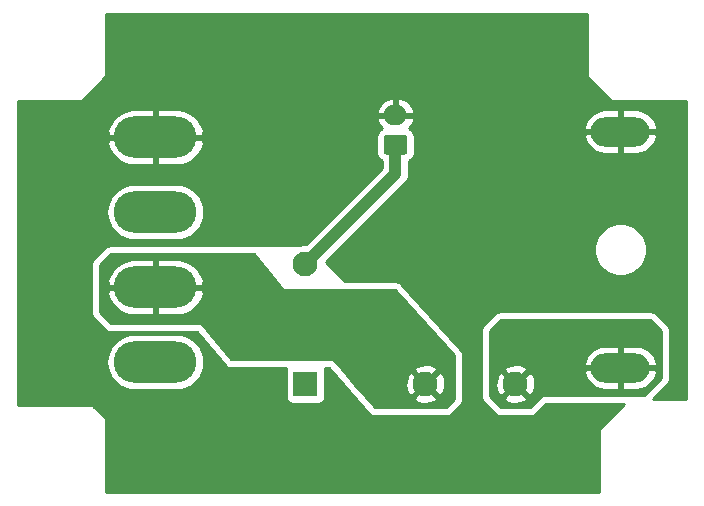
<source format=gtl>
G04 #@! TF.GenerationSoftware,KiCad,Pcbnew,5.1.6-c6e7f7d~87~ubuntu18.04.1*
G04 #@! TF.CreationDate,2020-08-31T14:31:46+09:00*
G04 #@! TF.ProjectId,adamr2_emg_board,6164616d-7232-45f6-956d-675f626f6172,rev?*
G04 #@! TF.SameCoordinates,Original*
G04 #@! TF.FileFunction,Copper,L1,Top*
G04 #@! TF.FilePolarity,Positive*
%FSLAX46Y46*%
G04 Gerber Fmt 4.6, Leading zero omitted, Abs format (unit mm)*
G04 Created by KiCad (PCBNEW 5.1.6-c6e7f7d~87~ubuntu18.04.1) date 2020-08-31 14:31:46*
%MOMM*%
%LPD*%
G01*
G04 APERTURE LIST*
G04 #@! TA.AperFunction,ComponentPad*
%ADD10O,5.000000X2.500000*%
G04 #@! TD*
G04 #@! TA.AperFunction,ComponentPad*
%ADD11C,2.100000*%
G04 #@! TD*
G04 #@! TA.AperFunction,ComponentPad*
%ADD12R,2.100000X2.100000*%
G04 #@! TD*
G04 #@! TA.AperFunction,ComponentPad*
%ADD13O,2.000000X1.700000*%
G04 #@! TD*
G04 #@! TA.AperFunction,ComponentPad*
%ADD14O,7.000000X3.500000*%
G04 #@! TD*
G04 #@! TA.AperFunction,Conductor*
%ADD15C,1.000000*%
G04 #@! TD*
G04 #@! TA.AperFunction,Conductor*
%ADD16C,0.254000*%
G04 #@! TD*
G04 APERTURE END LIST*
D10*
G04 #@! TO.P,F1,2*
G04 #@! TO.N,Net-(F1-Pad2)*
X172720000Y-102710000D03*
G04 #@! TO.P,F1,1*
G04 #@! TO.N,VCC*
X172720000Y-82710000D03*
G04 #@! TD*
D11*
G04 #@! TO.P,K1,8*
G04 #@! TO.N,Net-(J2-Pad1)*
X146050000Y-93920000D03*
G04 #@! TO.P,K1,4*
G04 #@! TO.N,Net-(F1-Pad2)*
X163830000Y-104080000D03*
G04 #@! TO.P,K1,3*
G04 #@! TO.N,Net-(J1-Pad2)*
X156210000Y-104080000D03*
D12*
G04 #@! TO.P,K1,1*
G04 #@! TO.N,GND*
X146050000Y-104080000D03*
G04 #@! TD*
D13*
G04 #@! TO.P,J2,2*
G04 #@! TO.N,VCC*
X153670000Y-81320000D03*
G04 #@! TO.P,J2,1*
G04 #@! TO.N,Net-(J2-Pad1)*
G04 #@! TA.AperFunction,ComponentPad*
G36*
G01*
X154420000Y-84670000D02*
X152920000Y-84670000D01*
G75*
G02*
X152670000Y-84420000I0J250000D01*
G01*
X152670000Y-83220000D01*
G75*
G02*
X152920000Y-82970000I250000J0D01*
G01*
X154420000Y-82970000D01*
G75*
G02*
X154670000Y-83220000I0J-250000D01*
G01*
X154670000Y-84420000D01*
G75*
G02*
X154420000Y-84670000I-250000J0D01*
G01*
G37*
G04 #@! TD.AperFunction*
G04 #@! TD*
D14*
G04 #@! TO.P,J1,1*
G04 #@! TO.N,GND*
X133350000Y-102235000D03*
G04 #@! TO.P,J1,2*
G04 #@! TO.N,Net-(J1-Pad2)*
X133350000Y-95885000D03*
G04 #@! TO.P,J1,3*
G04 #@! TO.N,GND*
X133350000Y-89535000D03*
G04 #@! TO.P,J1,4*
G04 #@! TO.N,VCC*
X133350000Y-83185000D03*
G04 #@! TD*
D15*
G04 #@! TO.N,Net-(F1-Pad2)*
X163890000Y-104080000D02*
X163830000Y-104080000D01*
G04 #@! TO.N,Net-(J2-Pad1)*
X153670000Y-86300000D02*
X146050000Y-93920000D01*
X153670000Y-83820000D02*
X153670000Y-86300000D01*
G04 #@! TD*
D16*
G04 #@! TO.N,Net-(J1-Pad2)*
G36*
X144174436Y-96093303D02*
G01*
X144192172Y-96110775D01*
X144212976Y-96124451D01*
X144236048Y-96133805D01*
X144272000Y-96139000D01*
X153613820Y-96139000D01*
X158623000Y-101649098D01*
X158623000Y-105357394D01*
X157935394Y-106045000D01*
X151949628Y-106045000D01*
X151254936Y-105251066D01*
X155218539Y-105251066D01*
X155320339Y-105520579D01*
X155618477Y-105666463D01*
X155939346Y-105751380D01*
X156270617Y-105772066D01*
X156599557Y-105727728D01*
X156913527Y-105620069D01*
X157099661Y-105520579D01*
X157201461Y-105251066D01*
X156210000Y-104259605D01*
X155218539Y-105251066D01*
X151254936Y-105251066D01*
X150283293Y-104140617D01*
X154517934Y-104140617D01*
X154562272Y-104469557D01*
X154669931Y-104783527D01*
X154769421Y-104969661D01*
X155038934Y-105071461D01*
X156030395Y-104080000D01*
X156389605Y-104080000D01*
X157381066Y-105071461D01*
X157650579Y-104969661D01*
X157796463Y-104671523D01*
X157881380Y-104350654D01*
X157902066Y-104019383D01*
X157857728Y-103690443D01*
X157750069Y-103376473D01*
X157650579Y-103190339D01*
X157381066Y-103088539D01*
X156389605Y-104080000D01*
X156030395Y-104080000D01*
X155038934Y-103088539D01*
X154769421Y-103190339D01*
X154623537Y-103488477D01*
X154538620Y-103809346D01*
X154517934Y-104140617D01*
X150283293Y-104140617D01*
X149205571Y-102908934D01*
X155218539Y-102908934D01*
X156210000Y-103900395D01*
X157201461Y-102908934D01*
X157099661Y-102639421D01*
X156801523Y-102493537D01*
X156480654Y-102408620D01*
X156149383Y-102387934D01*
X155820443Y-102432272D01*
X155506473Y-102539931D01*
X155320339Y-102639421D01*
X155218539Y-102908934D01*
X149205571Y-102908934D01*
X148431577Y-102024370D01*
X148413425Y-102007331D01*
X148392298Y-101994160D01*
X148369007Y-101985364D01*
X148336000Y-101981000D01*
X139759483Y-101981000D01*
X137257564Y-98978697D01*
X137239828Y-98961225D01*
X137219024Y-98947549D01*
X137195952Y-98938195D01*
X137160000Y-98933000D01*
X129592606Y-98933000D01*
X128651000Y-97991394D01*
X128651000Y-96383003D01*
X129267573Y-96383003D01*
X129347947Y-96680368D01*
X129546388Y-97104439D01*
X129823748Y-97481648D01*
X130169369Y-97797498D01*
X130569968Y-98039852D01*
X131010150Y-98199396D01*
X131473000Y-98270000D01*
X133223000Y-98270000D01*
X133223000Y-96012000D01*
X133477000Y-96012000D01*
X133477000Y-98270000D01*
X135227000Y-98270000D01*
X135689850Y-98199396D01*
X136130032Y-98039852D01*
X136530631Y-97797498D01*
X136876252Y-97481648D01*
X137153612Y-97104439D01*
X137352053Y-96680368D01*
X137432427Y-96383003D01*
X137322625Y-96012000D01*
X133477000Y-96012000D01*
X133223000Y-96012000D01*
X129377375Y-96012000D01*
X129267573Y-96383003D01*
X128651000Y-96383003D01*
X128651000Y-95386997D01*
X129267573Y-95386997D01*
X129377375Y-95758000D01*
X133223000Y-95758000D01*
X133223000Y-93500000D01*
X133477000Y-93500000D01*
X133477000Y-95758000D01*
X137322625Y-95758000D01*
X137432427Y-95386997D01*
X137352053Y-95089632D01*
X137153612Y-94665561D01*
X136876252Y-94288352D01*
X136530631Y-93972502D01*
X136130032Y-93730148D01*
X135689850Y-93570604D01*
X135227000Y-93500000D01*
X133477000Y-93500000D01*
X133223000Y-93500000D01*
X131473000Y-93500000D01*
X131010150Y-93570604D01*
X130569968Y-93730148D01*
X130169369Y-93972502D01*
X129823748Y-94288352D01*
X129546388Y-94665561D01*
X129347947Y-95089632D01*
X129267573Y-95386997D01*
X128651000Y-95386997D01*
X128651000Y-94032606D01*
X129592606Y-93091000D01*
X141672517Y-93091000D01*
X144174436Y-96093303D01*
G37*
X144174436Y-96093303D02*
X144192172Y-96110775D01*
X144212976Y-96124451D01*
X144236048Y-96133805D01*
X144272000Y-96139000D01*
X153613820Y-96139000D01*
X158623000Y-101649098D01*
X158623000Y-105357394D01*
X157935394Y-106045000D01*
X151949628Y-106045000D01*
X151254936Y-105251066D01*
X155218539Y-105251066D01*
X155320339Y-105520579D01*
X155618477Y-105666463D01*
X155939346Y-105751380D01*
X156270617Y-105772066D01*
X156599557Y-105727728D01*
X156913527Y-105620069D01*
X157099661Y-105520579D01*
X157201461Y-105251066D01*
X156210000Y-104259605D01*
X155218539Y-105251066D01*
X151254936Y-105251066D01*
X150283293Y-104140617D01*
X154517934Y-104140617D01*
X154562272Y-104469557D01*
X154669931Y-104783527D01*
X154769421Y-104969661D01*
X155038934Y-105071461D01*
X156030395Y-104080000D01*
X156389605Y-104080000D01*
X157381066Y-105071461D01*
X157650579Y-104969661D01*
X157796463Y-104671523D01*
X157881380Y-104350654D01*
X157902066Y-104019383D01*
X157857728Y-103690443D01*
X157750069Y-103376473D01*
X157650579Y-103190339D01*
X157381066Y-103088539D01*
X156389605Y-104080000D01*
X156030395Y-104080000D01*
X155038934Y-103088539D01*
X154769421Y-103190339D01*
X154623537Y-103488477D01*
X154538620Y-103809346D01*
X154517934Y-104140617D01*
X150283293Y-104140617D01*
X149205571Y-102908934D01*
X155218539Y-102908934D01*
X156210000Y-103900395D01*
X157201461Y-102908934D01*
X157099661Y-102639421D01*
X156801523Y-102493537D01*
X156480654Y-102408620D01*
X156149383Y-102387934D01*
X155820443Y-102432272D01*
X155506473Y-102539931D01*
X155320339Y-102639421D01*
X155218539Y-102908934D01*
X149205571Y-102908934D01*
X148431577Y-102024370D01*
X148413425Y-102007331D01*
X148392298Y-101994160D01*
X148369007Y-101985364D01*
X148336000Y-101981000D01*
X139759483Y-101981000D01*
X137257564Y-98978697D01*
X137239828Y-98961225D01*
X137219024Y-98947549D01*
X137195952Y-98938195D01*
X137160000Y-98933000D01*
X129592606Y-98933000D01*
X128651000Y-97991394D01*
X128651000Y-96383003D01*
X129267573Y-96383003D01*
X129347947Y-96680368D01*
X129546388Y-97104439D01*
X129823748Y-97481648D01*
X130169369Y-97797498D01*
X130569968Y-98039852D01*
X131010150Y-98199396D01*
X131473000Y-98270000D01*
X133223000Y-98270000D01*
X133223000Y-96012000D01*
X133477000Y-96012000D01*
X133477000Y-98270000D01*
X135227000Y-98270000D01*
X135689850Y-98199396D01*
X136130032Y-98039852D01*
X136530631Y-97797498D01*
X136876252Y-97481648D01*
X137153612Y-97104439D01*
X137352053Y-96680368D01*
X137432427Y-96383003D01*
X137322625Y-96012000D01*
X133477000Y-96012000D01*
X133223000Y-96012000D01*
X129377375Y-96012000D01*
X129267573Y-96383003D01*
X128651000Y-96383003D01*
X128651000Y-95386997D01*
X129267573Y-95386997D01*
X129377375Y-95758000D01*
X133223000Y-95758000D01*
X133223000Y-93500000D01*
X133477000Y-93500000D01*
X133477000Y-95758000D01*
X137322625Y-95758000D01*
X137432427Y-95386997D01*
X137352053Y-95089632D01*
X137153612Y-94665561D01*
X136876252Y-94288352D01*
X136530631Y-93972502D01*
X136130032Y-93730148D01*
X135689850Y-93570604D01*
X135227000Y-93500000D01*
X133477000Y-93500000D01*
X133223000Y-93500000D01*
X131473000Y-93500000D01*
X131010150Y-93570604D01*
X130569968Y-93730148D01*
X130169369Y-93972502D01*
X129823748Y-94288352D01*
X129546388Y-94665561D01*
X129347947Y-95089632D01*
X129267573Y-95386997D01*
X128651000Y-95386997D01*
X128651000Y-94032606D01*
X129592606Y-93091000D01*
X141672517Y-93091000D01*
X144174436Y-96093303D01*
G04 #@! TO.N,Net-(F1-Pad2)*
G36*
X176149000Y-99620606D02*
G01*
X176149000Y-103579394D01*
X174699394Y-105029000D01*
X166116000Y-105029000D01*
X166091224Y-105031440D01*
X166067399Y-105038667D01*
X166045443Y-105050403D01*
X166026197Y-105066197D01*
X165047394Y-106045000D01*
X162612606Y-106045000D01*
X161818672Y-105251066D01*
X162838539Y-105251066D01*
X162940339Y-105520579D01*
X163238477Y-105666463D01*
X163559346Y-105751380D01*
X163890617Y-105772066D01*
X164219557Y-105727728D01*
X164533527Y-105620069D01*
X164719661Y-105520579D01*
X164821461Y-105251066D01*
X163830000Y-104259605D01*
X162838539Y-105251066D01*
X161818672Y-105251066D01*
X161671000Y-105103394D01*
X161671000Y-104140617D01*
X162137934Y-104140617D01*
X162182272Y-104469557D01*
X162289931Y-104783527D01*
X162389421Y-104969661D01*
X162658934Y-105071461D01*
X163650395Y-104080000D01*
X164009605Y-104080000D01*
X165001066Y-105071461D01*
X165270579Y-104969661D01*
X165416463Y-104671523D01*
X165501380Y-104350654D01*
X165522066Y-104019383D01*
X165477728Y-103690443D01*
X165370069Y-103376473D01*
X165270579Y-103190339D01*
X165109894Y-103129645D01*
X169632305Y-103129645D01*
X169679886Y-103314025D01*
X169832122Y-103651653D01*
X170047301Y-103953094D01*
X170317153Y-104206763D01*
X170631309Y-104402912D01*
X170977695Y-104534004D01*
X171343000Y-104595000D01*
X172593000Y-104595000D01*
X172593000Y-102837000D01*
X172847000Y-102837000D01*
X172847000Y-104595000D01*
X174097000Y-104595000D01*
X174462305Y-104534004D01*
X174808691Y-104402912D01*
X175122847Y-104206763D01*
X175392699Y-103953094D01*
X175607878Y-103651653D01*
X175760114Y-103314025D01*
X175807695Y-103129645D01*
X175691572Y-102837000D01*
X172847000Y-102837000D01*
X172593000Y-102837000D01*
X169748428Y-102837000D01*
X169632305Y-103129645D01*
X165109894Y-103129645D01*
X165001066Y-103088539D01*
X164009605Y-104080000D01*
X163650395Y-104080000D01*
X162658934Y-103088539D01*
X162389421Y-103190339D01*
X162243537Y-103488477D01*
X162158620Y-103809346D01*
X162137934Y-104140617D01*
X161671000Y-104140617D01*
X161671000Y-102908934D01*
X162838539Y-102908934D01*
X163830000Y-103900395D01*
X164821461Y-102908934D01*
X164719661Y-102639421D01*
X164421523Y-102493537D01*
X164100654Y-102408620D01*
X163769383Y-102387934D01*
X163440443Y-102432272D01*
X163126473Y-102539931D01*
X162940339Y-102639421D01*
X162838539Y-102908934D01*
X161671000Y-102908934D01*
X161671000Y-102290355D01*
X169632305Y-102290355D01*
X169748428Y-102583000D01*
X172593000Y-102583000D01*
X172593000Y-100825000D01*
X172847000Y-100825000D01*
X172847000Y-102583000D01*
X175691572Y-102583000D01*
X175807695Y-102290355D01*
X175760114Y-102105975D01*
X175607878Y-101768347D01*
X175392699Y-101466906D01*
X175122847Y-101213237D01*
X174808691Y-101017088D01*
X174462305Y-100885996D01*
X174097000Y-100825000D01*
X172847000Y-100825000D01*
X172593000Y-100825000D01*
X171343000Y-100825000D01*
X170977695Y-100885996D01*
X170631309Y-101017088D01*
X170317153Y-101213237D01*
X170047301Y-101466906D01*
X169832122Y-101768347D01*
X169679886Y-102105975D01*
X169632305Y-102290355D01*
X161671000Y-102290355D01*
X161671000Y-99620606D01*
X162612606Y-98679000D01*
X175207394Y-98679000D01*
X176149000Y-99620606D01*
G37*
X176149000Y-99620606D02*
X176149000Y-103579394D01*
X174699394Y-105029000D01*
X166116000Y-105029000D01*
X166091224Y-105031440D01*
X166067399Y-105038667D01*
X166045443Y-105050403D01*
X166026197Y-105066197D01*
X165047394Y-106045000D01*
X162612606Y-106045000D01*
X161818672Y-105251066D01*
X162838539Y-105251066D01*
X162940339Y-105520579D01*
X163238477Y-105666463D01*
X163559346Y-105751380D01*
X163890617Y-105772066D01*
X164219557Y-105727728D01*
X164533527Y-105620069D01*
X164719661Y-105520579D01*
X164821461Y-105251066D01*
X163830000Y-104259605D01*
X162838539Y-105251066D01*
X161818672Y-105251066D01*
X161671000Y-105103394D01*
X161671000Y-104140617D01*
X162137934Y-104140617D01*
X162182272Y-104469557D01*
X162289931Y-104783527D01*
X162389421Y-104969661D01*
X162658934Y-105071461D01*
X163650395Y-104080000D01*
X164009605Y-104080000D01*
X165001066Y-105071461D01*
X165270579Y-104969661D01*
X165416463Y-104671523D01*
X165501380Y-104350654D01*
X165522066Y-104019383D01*
X165477728Y-103690443D01*
X165370069Y-103376473D01*
X165270579Y-103190339D01*
X165109894Y-103129645D01*
X169632305Y-103129645D01*
X169679886Y-103314025D01*
X169832122Y-103651653D01*
X170047301Y-103953094D01*
X170317153Y-104206763D01*
X170631309Y-104402912D01*
X170977695Y-104534004D01*
X171343000Y-104595000D01*
X172593000Y-104595000D01*
X172593000Y-102837000D01*
X172847000Y-102837000D01*
X172847000Y-104595000D01*
X174097000Y-104595000D01*
X174462305Y-104534004D01*
X174808691Y-104402912D01*
X175122847Y-104206763D01*
X175392699Y-103953094D01*
X175607878Y-103651653D01*
X175760114Y-103314025D01*
X175807695Y-103129645D01*
X175691572Y-102837000D01*
X172847000Y-102837000D01*
X172593000Y-102837000D01*
X169748428Y-102837000D01*
X169632305Y-103129645D01*
X165109894Y-103129645D01*
X165001066Y-103088539D01*
X164009605Y-104080000D01*
X163650395Y-104080000D01*
X162658934Y-103088539D01*
X162389421Y-103190339D01*
X162243537Y-103488477D01*
X162158620Y-103809346D01*
X162137934Y-104140617D01*
X161671000Y-104140617D01*
X161671000Y-102908934D01*
X162838539Y-102908934D01*
X163830000Y-103900395D01*
X164821461Y-102908934D01*
X164719661Y-102639421D01*
X164421523Y-102493537D01*
X164100654Y-102408620D01*
X163769383Y-102387934D01*
X163440443Y-102432272D01*
X163126473Y-102539931D01*
X162940339Y-102639421D01*
X162838539Y-102908934D01*
X161671000Y-102908934D01*
X161671000Y-102290355D01*
X169632305Y-102290355D01*
X169748428Y-102583000D01*
X172593000Y-102583000D01*
X172593000Y-100825000D01*
X172847000Y-100825000D01*
X172847000Y-102583000D01*
X175691572Y-102583000D01*
X175807695Y-102290355D01*
X175760114Y-102105975D01*
X175607878Y-101768347D01*
X175392699Y-101466906D01*
X175122847Y-101213237D01*
X174808691Y-101017088D01*
X174462305Y-100885996D01*
X174097000Y-100825000D01*
X172847000Y-100825000D01*
X172593000Y-100825000D01*
X171343000Y-100825000D01*
X170977695Y-100885996D01*
X170631309Y-101017088D01*
X170317153Y-101213237D01*
X170047301Y-101466906D01*
X169832122Y-101768347D01*
X169679886Y-102105975D01*
X169632305Y-102290355D01*
X161671000Y-102290355D01*
X161671000Y-99620606D01*
X162612606Y-98679000D01*
X175207394Y-98679000D01*
X176149000Y-99620606D01*
G04 #@! TO.N,VCC*
G36*
X169873000Y-78000000D02*
G01*
X169875440Y-78024776D01*
X169882667Y-78048601D01*
X169894403Y-78070557D01*
X169910197Y-78089803D01*
X171910197Y-80089803D01*
X171929443Y-80105597D01*
X171951399Y-80117333D01*
X171975224Y-80124560D01*
X172000000Y-80127000D01*
X178265001Y-80127000D01*
X178265000Y-105373000D01*
X175433026Y-105373000D01*
X176725013Y-104081013D01*
X176803983Y-103984787D01*
X176862664Y-103875004D01*
X176898799Y-103755882D01*
X176911000Y-103632000D01*
X176911000Y-99568000D01*
X176898799Y-99444118D01*
X176862664Y-99324996D01*
X176803983Y-99215213D01*
X176725013Y-99118987D01*
X175709013Y-98102987D01*
X175612787Y-98024017D01*
X175503004Y-97965336D01*
X175383882Y-97929201D01*
X175260000Y-97917000D01*
X162560000Y-97917000D01*
X162436118Y-97929201D01*
X162316996Y-97965336D01*
X162207213Y-98024017D01*
X162110987Y-98102987D01*
X161094987Y-99118987D01*
X161016017Y-99215213D01*
X160957336Y-99324996D01*
X160921201Y-99444118D01*
X160909000Y-99568000D01*
X160909000Y-105156000D01*
X160921201Y-105279882D01*
X160957336Y-105399004D01*
X161016017Y-105508787D01*
X161094987Y-105605013D01*
X162110987Y-106621013D01*
X162207213Y-106699983D01*
X162316996Y-106758664D01*
X162436118Y-106794799D01*
X162560000Y-106807000D01*
X165100000Y-106807000D01*
X165223882Y-106794799D01*
X165343004Y-106758664D01*
X165452787Y-106699983D01*
X165549013Y-106621013D01*
X166379026Y-105791000D01*
X173029394Y-105791000D01*
X170910197Y-107910197D01*
X170894403Y-107929443D01*
X170882667Y-107951399D01*
X170875440Y-107975224D01*
X170873000Y-108000000D01*
X170873000Y-113265000D01*
X129127000Y-113265000D01*
X129127000Y-107000000D01*
X129124560Y-106975224D01*
X129117333Y-106951399D01*
X129105597Y-106929443D01*
X129089803Y-106910197D01*
X128089803Y-105910197D01*
X128070557Y-105894403D01*
X128048601Y-105882667D01*
X128024776Y-105875440D01*
X128000000Y-105873000D01*
X121735000Y-105873000D01*
X121735000Y-102235000D01*
X129203461Y-102235000D01*
X129249510Y-102702542D01*
X129385887Y-103152116D01*
X129607351Y-103566446D01*
X129905391Y-103929609D01*
X130268554Y-104227649D01*
X130682884Y-104449113D01*
X131132458Y-104585490D01*
X131482843Y-104620000D01*
X135217157Y-104620000D01*
X135567542Y-104585490D01*
X136017116Y-104449113D01*
X136431446Y-104227649D01*
X136794609Y-103929609D01*
X137092649Y-103566446D01*
X137314113Y-103152116D01*
X137450490Y-102702542D01*
X137496539Y-102235000D01*
X137450490Y-101767458D01*
X137314113Y-101317884D01*
X137092649Y-100903554D01*
X136794609Y-100540391D01*
X136431446Y-100242351D01*
X136017116Y-100020887D01*
X135567542Y-99884510D01*
X135217157Y-99850000D01*
X131482843Y-99850000D01*
X131132458Y-99884510D01*
X130682884Y-100020887D01*
X130268554Y-100242351D01*
X129905391Y-100540391D01*
X129607351Y-100903554D01*
X129385887Y-101317884D01*
X129249510Y-101767458D01*
X129203461Y-102235000D01*
X121735000Y-102235000D01*
X121735000Y-93980000D01*
X127889000Y-93980000D01*
X127889000Y-98044000D01*
X127901201Y-98167882D01*
X127937336Y-98287004D01*
X127996017Y-98396787D01*
X128074987Y-98493013D01*
X129090987Y-99509013D01*
X129187213Y-99587983D01*
X129296996Y-99646664D01*
X129416118Y-99682799D01*
X129540000Y-99695000D01*
X136862581Y-99695000D01*
X139212179Y-102514517D01*
X139347213Y-102635983D01*
X139456996Y-102694664D01*
X139576118Y-102730799D01*
X139700000Y-102743000D01*
X144433386Y-102743000D01*
X144410498Y-102785820D01*
X144374188Y-102905518D01*
X144361928Y-103030000D01*
X144361928Y-105130000D01*
X144374188Y-105254482D01*
X144410498Y-105374180D01*
X144469463Y-105484494D01*
X144548815Y-105581185D01*
X144645506Y-105660537D01*
X144755820Y-105719502D01*
X144875518Y-105755812D01*
X145000000Y-105768072D01*
X147100000Y-105768072D01*
X147224482Y-105755812D01*
X147344180Y-105719502D01*
X147454494Y-105660537D01*
X147551185Y-105581185D01*
X147630537Y-105484494D01*
X147689502Y-105374180D01*
X147725812Y-105254482D01*
X147738072Y-105130000D01*
X147738072Y-103030000D01*
X147725812Y-102905518D01*
X147689502Y-102785820D01*
X147666614Y-102743000D01*
X148047858Y-102743000D01*
X151414114Y-106590150D01*
X151539213Y-106699983D01*
X151648996Y-106758664D01*
X151768118Y-106794799D01*
X151892000Y-106807000D01*
X157988000Y-106807000D01*
X158111882Y-106794799D01*
X158231004Y-106758664D01*
X158340787Y-106699983D01*
X158437013Y-106621013D01*
X159199013Y-105859013D01*
X159277983Y-105762787D01*
X159336664Y-105653004D01*
X159372799Y-105533882D01*
X159385000Y-105410000D01*
X159385000Y-101600000D01*
X159377986Y-101505881D01*
X159347558Y-101385176D01*
X159294166Y-101272726D01*
X159219862Y-101172853D01*
X154139862Y-95584853D01*
X154022787Y-95484017D01*
X153913004Y-95425336D01*
X153793882Y-95389201D01*
X153670000Y-95377000D01*
X149404606Y-95377000D01*
X147801369Y-93773763D01*
X149085260Y-92489872D01*
X170485000Y-92489872D01*
X170485000Y-92930128D01*
X170570890Y-93361925D01*
X170739369Y-93768669D01*
X170983962Y-94134729D01*
X171295271Y-94446038D01*
X171661331Y-94690631D01*
X172068075Y-94859110D01*
X172499872Y-94945000D01*
X172940128Y-94945000D01*
X173371925Y-94859110D01*
X173778669Y-94690631D01*
X174144729Y-94446038D01*
X174456038Y-94134729D01*
X174700631Y-93768669D01*
X174869110Y-93361925D01*
X174955000Y-92930128D01*
X174955000Y-92489872D01*
X174869110Y-92058075D01*
X174700631Y-91651331D01*
X174456038Y-91285271D01*
X174144729Y-90973962D01*
X173778669Y-90729369D01*
X173371925Y-90560890D01*
X172940128Y-90475000D01*
X172499872Y-90475000D01*
X172068075Y-90560890D01*
X171661331Y-90729369D01*
X171295271Y-90973962D01*
X170983962Y-91285271D01*
X170739369Y-91651331D01*
X170570890Y-92058075D01*
X170485000Y-92489872D01*
X149085260Y-92489872D01*
X154433141Y-87141991D01*
X154476449Y-87106449D01*
X154618284Y-86933623D01*
X154723676Y-86736447D01*
X154788577Y-86522499D01*
X154805000Y-86355752D01*
X154805000Y-86355743D01*
X154810490Y-86300001D01*
X154805000Y-86244259D01*
X154805000Y-85216339D01*
X154913386Y-85158405D01*
X155047962Y-85047962D01*
X155158405Y-84913386D01*
X155240472Y-84759850D01*
X155291008Y-84593254D01*
X155308072Y-84420000D01*
X155308072Y-83220000D01*
X155299173Y-83129645D01*
X169632305Y-83129645D01*
X169679886Y-83314025D01*
X169832122Y-83651653D01*
X170047301Y-83953094D01*
X170317153Y-84206763D01*
X170631309Y-84402912D01*
X170977695Y-84534004D01*
X171343000Y-84595000D01*
X172593000Y-84595000D01*
X172593000Y-82837000D01*
X172847000Y-82837000D01*
X172847000Y-84595000D01*
X174097000Y-84595000D01*
X174462305Y-84534004D01*
X174808691Y-84402912D01*
X175122847Y-84206763D01*
X175392699Y-83953094D01*
X175607878Y-83651653D01*
X175760114Y-83314025D01*
X175807695Y-83129645D01*
X175691572Y-82837000D01*
X172847000Y-82837000D01*
X172593000Y-82837000D01*
X169748428Y-82837000D01*
X169632305Y-83129645D01*
X155299173Y-83129645D01*
X155291008Y-83046746D01*
X155240472Y-82880150D01*
X155158405Y-82726614D01*
X155047962Y-82592038D01*
X154913386Y-82481595D01*
X154811407Y-82427086D01*
X154811795Y-82426802D01*
X154936877Y-82290355D01*
X169632305Y-82290355D01*
X169748428Y-82583000D01*
X172593000Y-82583000D01*
X172593000Y-80825000D01*
X172847000Y-80825000D01*
X172847000Y-82583000D01*
X175691572Y-82583000D01*
X175807695Y-82290355D01*
X175760114Y-82105975D01*
X175607878Y-81768347D01*
X175392699Y-81466906D01*
X175122847Y-81213237D01*
X174808691Y-81017088D01*
X174462305Y-80885996D01*
X174097000Y-80825000D01*
X172847000Y-80825000D01*
X172593000Y-80825000D01*
X171343000Y-80825000D01*
X170977695Y-80885996D01*
X170631309Y-81017088D01*
X170317153Y-81213237D01*
X170047301Y-81466906D01*
X169832122Y-81768347D01*
X169679886Y-82105975D01*
X169632305Y-82290355D01*
X154936877Y-82290355D01*
X155008664Y-82212046D01*
X155159854Y-81963009D01*
X155259554Y-81689261D01*
X155261476Y-81676890D01*
X155140155Y-81447000D01*
X153797000Y-81447000D01*
X153797000Y-81467000D01*
X153543000Y-81467000D01*
X153543000Y-81447000D01*
X152199845Y-81447000D01*
X152078524Y-81676890D01*
X152080446Y-81689261D01*
X152180146Y-81963009D01*
X152331336Y-82212046D01*
X152528205Y-82426802D01*
X152528593Y-82427086D01*
X152426614Y-82481595D01*
X152292038Y-82592038D01*
X152181595Y-82726614D01*
X152099528Y-82880150D01*
X152048992Y-83046746D01*
X152031928Y-83220000D01*
X152031928Y-84420000D01*
X152048992Y-84593254D01*
X152099528Y-84759850D01*
X152181595Y-84913386D01*
X152292038Y-85047962D01*
X152426614Y-85158405D01*
X152535001Y-85216339D01*
X152535001Y-85829867D01*
X146129869Y-92235000D01*
X145884042Y-92235000D01*
X145558504Y-92299754D01*
X145487897Y-92329000D01*
X129540000Y-92329000D01*
X129416118Y-92341201D01*
X129296996Y-92377336D01*
X129187213Y-92436017D01*
X129090987Y-92514987D01*
X128074987Y-93530987D01*
X127996017Y-93627213D01*
X127937336Y-93736996D01*
X127901201Y-93856118D01*
X127889000Y-93980000D01*
X121735000Y-93980000D01*
X121735000Y-89535000D01*
X129203461Y-89535000D01*
X129249510Y-90002542D01*
X129385887Y-90452116D01*
X129607351Y-90866446D01*
X129905391Y-91229609D01*
X130268554Y-91527649D01*
X130682884Y-91749113D01*
X131132458Y-91885490D01*
X131482843Y-91920000D01*
X135217157Y-91920000D01*
X135567542Y-91885490D01*
X136017116Y-91749113D01*
X136431446Y-91527649D01*
X136794609Y-91229609D01*
X137092649Y-90866446D01*
X137314113Y-90452116D01*
X137450490Y-90002542D01*
X137496539Y-89535000D01*
X137450490Y-89067458D01*
X137314113Y-88617884D01*
X137092649Y-88203554D01*
X136794609Y-87840391D01*
X136431446Y-87542351D01*
X136017116Y-87320887D01*
X135567542Y-87184510D01*
X135217157Y-87150000D01*
X131482843Y-87150000D01*
X131132458Y-87184510D01*
X130682884Y-87320887D01*
X130268554Y-87542351D01*
X129905391Y-87840391D01*
X129607351Y-88203554D01*
X129385887Y-88617884D01*
X129249510Y-89067458D01*
X129203461Y-89535000D01*
X121735000Y-89535000D01*
X121735000Y-83683003D01*
X129267573Y-83683003D01*
X129347947Y-83980368D01*
X129546388Y-84404439D01*
X129823748Y-84781648D01*
X130169369Y-85097498D01*
X130569968Y-85339852D01*
X131010150Y-85499396D01*
X131473000Y-85570000D01*
X133223000Y-85570000D01*
X133223000Y-83312000D01*
X133477000Y-83312000D01*
X133477000Y-85570000D01*
X135227000Y-85570000D01*
X135689850Y-85499396D01*
X136130032Y-85339852D01*
X136530631Y-85097498D01*
X136876252Y-84781648D01*
X137153612Y-84404439D01*
X137352053Y-83980368D01*
X137432427Y-83683003D01*
X137322625Y-83312000D01*
X133477000Y-83312000D01*
X133223000Y-83312000D01*
X129377375Y-83312000D01*
X129267573Y-83683003D01*
X121735000Y-83683003D01*
X121735000Y-82686997D01*
X129267573Y-82686997D01*
X129377375Y-83058000D01*
X133223000Y-83058000D01*
X133223000Y-80800000D01*
X133477000Y-80800000D01*
X133477000Y-83058000D01*
X137322625Y-83058000D01*
X137432427Y-82686997D01*
X137352053Y-82389632D01*
X137153612Y-81965561D01*
X136876252Y-81588352D01*
X136530631Y-81272502D01*
X136130032Y-81030148D01*
X135945075Y-80963110D01*
X152078524Y-80963110D01*
X152199845Y-81193000D01*
X153543000Y-81193000D01*
X153543000Y-79992768D01*
X153797000Y-79992768D01*
X153797000Y-81193000D01*
X155140155Y-81193000D01*
X155261476Y-80963110D01*
X155259554Y-80950739D01*
X155159854Y-80676991D01*
X155008664Y-80427954D01*
X154811795Y-80213198D01*
X154576812Y-80040975D01*
X154312745Y-79917904D01*
X154029742Y-79848715D01*
X153797000Y-79992768D01*
X153543000Y-79992768D01*
X153310258Y-79848715D01*
X153027255Y-79917904D01*
X152763188Y-80040975D01*
X152528205Y-80213198D01*
X152331336Y-80427954D01*
X152180146Y-80676991D01*
X152080446Y-80950739D01*
X152078524Y-80963110D01*
X135945075Y-80963110D01*
X135689850Y-80870604D01*
X135227000Y-80800000D01*
X133477000Y-80800000D01*
X133223000Y-80800000D01*
X131473000Y-80800000D01*
X131010150Y-80870604D01*
X130569968Y-81030148D01*
X130169369Y-81272502D01*
X129823748Y-81588352D01*
X129546388Y-81965561D01*
X129347947Y-82389632D01*
X129267573Y-82686997D01*
X121735000Y-82686997D01*
X121735000Y-80127000D01*
X127000000Y-80127000D01*
X127024776Y-80124560D01*
X127048601Y-80117333D01*
X127070557Y-80105597D01*
X127089803Y-80089803D01*
X129089803Y-78089803D01*
X129105597Y-78070557D01*
X129117333Y-78048601D01*
X129124560Y-78024776D01*
X129127000Y-78000000D01*
X129127000Y-72735000D01*
X169873000Y-72735000D01*
X169873000Y-78000000D01*
G37*
X169873000Y-78000000D02*
X169875440Y-78024776D01*
X169882667Y-78048601D01*
X169894403Y-78070557D01*
X169910197Y-78089803D01*
X171910197Y-80089803D01*
X171929443Y-80105597D01*
X171951399Y-80117333D01*
X171975224Y-80124560D01*
X172000000Y-80127000D01*
X178265001Y-80127000D01*
X178265000Y-105373000D01*
X175433026Y-105373000D01*
X176725013Y-104081013D01*
X176803983Y-103984787D01*
X176862664Y-103875004D01*
X176898799Y-103755882D01*
X176911000Y-103632000D01*
X176911000Y-99568000D01*
X176898799Y-99444118D01*
X176862664Y-99324996D01*
X176803983Y-99215213D01*
X176725013Y-99118987D01*
X175709013Y-98102987D01*
X175612787Y-98024017D01*
X175503004Y-97965336D01*
X175383882Y-97929201D01*
X175260000Y-97917000D01*
X162560000Y-97917000D01*
X162436118Y-97929201D01*
X162316996Y-97965336D01*
X162207213Y-98024017D01*
X162110987Y-98102987D01*
X161094987Y-99118987D01*
X161016017Y-99215213D01*
X160957336Y-99324996D01*
X160921201Y-99444118D01*
X160909000Y-99568000D01*
X160909000Y-105156000D01*
X160921201Y-105279882D01*
X160957336Y-105399004D01*
X161016017Y-105508787D01*
X161094987Y-105605013D01*
X162110987Y-106621013D01*
X162207213Y-106699983D01*
X162316996Y-106758664D01*
X162436118Y-106794799D01*
X162560000Y-106807000D01*
X165100000Y-106807000D01*
X165223882Y-106794799D01*
X165343004Y-106758664D01*
X165452787Y-106699983D01*
X165549013Y-106621013D01*
X166379026Y-105791000D01*
X173029394Y-105791000D01*
X170910197Y-107910197D01*
X170894403Y-107929443D01*
X170882667Y-107951399D01*
X170875440Y-107975224D01*
X170873000Y-108000000D01*
X170873000Y-113265000D01*
X129127000Y-113265000D01*
X129127000Y-107000000D01*
X129124560Y-106975224D01*
X129117333Y-106951399D01*
X129105597Y-106929443D01*
X129089803Y-106910197D01*
X128089803Y-105910197D01*
X128070557Y-105894403D01*
X128048601Y-105882667D01*
X128024776Y-105875440D01*
X128000000Y-105873000D01*
X121735000Y-105873000D01*
X121735000Y-102235000D01*
X129203461Y-102235000D01*
X129249510Y-102702542D01*
X129385887Y-103152116D01*
X129607351Y-103566446D01*
X129905391Y-103929609D01*
X130268554Y-104227649D01*
X130682884Y-104449113D01*
X131132458Y-104585490D01*
X131482843Y-104620000D01*
X135217157Y-104620000D01*
X135567542Y-104585490D01*
X136017116Y-104449113D01*
X136431446Y-104227649D01*
X136794609Y-103929609D01*
X137092649Y-103566446D01*
X137314113Y-103152116D01*
X137450490Y-102702542D01*
X137496539Y-102235000D01*
X137450490Y-101767458D01*
X137314113Y-101317884D01*
X137092649Y-100903554D01*
X136794609Y-100540391D01*
X136431446Y-100242351D01*
X136017116Y-100020887D01*
X135567542Y-99884510D01*
X135217157Y-99850000D01*
X131482843Y-99850000D01*
X131132458Y-99884510D01*
X130682884Y-100020887D01*
X130268554Y-100242351D01*
X129905391Y-100540391D01*
X129607351Y-100903554D01*
X129385887Y-101317884D01*
X129249510Y-101767458D01*
X129203461Y-102235000D01*
X121735000Y-102235000D01*
X121735000Y-93980000D01*
X127889000Y-93980000D01*
X127889000Y-98044000D01*
X127901201Y-98167882D01*
X127937336Y-98287004D01*
X127996017Y-98396787D01*
X128074987Y-98493013D01*
X129090987Y-99509013D01*
X129187213Y-99587983D01*
X129296996Y-99646664D01*
X129416118Y-99682799D01*
X129540000Y-99695000D01*
X136862581Y-99695000D01*
X139212179Y-102514517D01*
X139347213Y-102635983D01*
X139456996Y-102694664D01*
X139576118Y-102730799D01*
X139700000Y-102743000D01*
X144433386Y-102743000D01*
X144410498Y-102785820D01*
X144374188Y-102905518D01*
X144361928Y-103030000D01*
X144361928Y-105130000D01*
X144374188Y-105254482D01*
X144410498Y-105374180D01*
X144469463Y-105484494D01*
X144548815Y-105581185D01*
X144645506Y-105660537D01*
X144755820Y-105719502D01*
X144875518Y-105755812D01*
X145000000Y-105768072D01*
X147100000Y-105768072D01*
X147224482Y-105755812D01*
X147344180Y-105719502D01*
X147454494Y-105660537D01*
X147551185Y-105581185D01*
X147630537Y-105484494D01*
X147689502Y-105374180D01*
X147725812Y-105254482D01*
X147738072Y-105130000D01*
X147738072Y-103030000D01*
X147725812Y-102905518D01*
X147689502Y-102785820D01*
X147666614Y-102743000D01*
X148047858Y-102743000D01*
X151414114Y-106590150D01*
X151539213Y-106699983D01*
X151648996Y-106758664D01*
X151768118Y-106794799D01*
X151892000Y-106807000D01*
X157988000Y-106807000D01*
X158111882Y-106794799D01*
X158231004Y-106758664D01*
X158340787Y-106699983D01*
X158437013Y-106621013D01*
X159199013Y-105859013D01*
X159277983Y-105762787D01*
X159336664Y-105653004D01*
X159372799Y-105533882D01*
X159385000Y-105410000D01*
X159385000Y-101600000D01*
X159377986Y-101505881D01*
X159347558Y-101385176D01*
X159294166Y-101272726D01*
X159219862Y-101172853D01*
X154139862Y-95584853D01*
X154022787Y-95484017D01*
X153913004Y-95425336D01*
X153793882Y-95389201D01*
X153670000Y-95377000D01*
X149404606Y-95377000D01*
X147801369Y-93773763D01*
X149085260Y-92489872D01*
X170485000Y-92489872D01*
X170485000Y-92930128D01*
X170570890Y-93361925D01*
X170739369Y-93768669D01*
X170983962Y-94134729D01*
X171295271Y-94446038D01*
X171661331Y-94690631D01*
X172068075Y-94859110D01*
X172499872Y-94945000D01*
X172940128Y-94945000D01*
X173371925Y-94859110D01*
X173778669Y-94690631D01*
X174144729Y-94446038D01*
X174456038Y-94134729D01*
X174700631Y-93768669D01*
X174869110Y-93361925D01*
X174955000Y-92930128D01*
X174955000Y-92489872D01*
X174869110Y-92058075D01*
X174700631Y-91651331D01*
X174456038Y-91285271D01*
X174144729Y-90973962D01*
X173778669Y-90729369D01*
X173371925Y-90560890D01*
X172940128Y-90475000D01*
X172499872Y-90475000D01*
X172068075Y-90560890D01*
X171661331Y-90729369D01*
X171295271Y-90973962D01*
X170983962Y-91285271D01*
X170739369Y-91651331D01*
X170570890Y-92058075D01*
X170485000Y-92489872D01*
X149085260Y-92489872D01*
X154433141Y-87141991D01*
X154476449Y-87106449D01*
X154618284Y-86933623D01*
X154723676Y-86736447D01*
X154788577Y-86522499D01*
X154805000Y-86355752D01*
X154805000Y-86355743D01*
X154810490Y-86300001D01*
X154805000Y-86244259D01*
X154805000Y-85216339D01*
X154913386Y-85158405D01*
X155047962Y-85047962D01*
X155158405Y-84913386D01*
X155240472Y-84759850D01*
X155291008Y-84593254D01*
X155308072Y-84420000D01*
X155308072Y-83220000D01*
X155299173Y-83129645D01*
X169632305Y-83129645D01*
X169679886Y-83314025D01*
X169832122Y-83651653D01*
X170047301Y-83953094D01*
X170317153Y-84206763D01*
X170631309Y-84402912D01*
X170977695Y-84534004D01*
X171343000Y-84595000D01*
X172593000Y-84595000D01*
X172593000Y-82837000D01*
X172847000Y-82837000D01*
X172847000Y-84595000D01*
X174097000Y-84595000D01*
X174462305Y-84534004D01*
X174808691Y-84402912D01*
X175122847Y-84206763D01*
X175392699Y-83953094D01*
X175607878Y-83651653D01*
X175760114Y-83314025D01*
X175807695Y-83129645D01*
X175691572Y-82837000D01*
X172847000Y-82837000D01*
X172593000Y-82837000D01*
X169748428Y-82837000D01*
X169632305Y-83129645D01*
X155299173Y-83129645D01*
X155291008Y-83046746D01*
X155240472Y-82880150D01*
X155158405Y-82726614D01*
X155047962Y-82592038D01*
X154913386Y-82481595D01*
X154811407Y-82427086D01*
X154811795Y-82426802D01*
X154936877Y-82290355D01*
X169632305Y-82290355D01*
X169748428Y-82583000D01*
X172593000Y-82583000D01*
X172593000Y-80825000D01*
X172847000Y-80825000D01*
X172847000Y-82583000D01*
X175691572Y-82583000D01*
X175807695Y-82290355D01*
X175760114Y-82105975D01*
X175607878Y-81768347D01*
X175392699Y-81466906D01*
X175122847Y-81213237D01*
X174808691Y-81017088D01*
X174462305Y-80885996D01*
X174097000Y-80825000D01*
X172847000Y-80825000D01*
X172593000Y-80825000D01*
X171343000Y-80825000D01*
X170977695Y-80885996D01*
X170631309Y-81017088D01*
X170317153Y-81213237D01*
X170047301Y-81466906D01*
X169832122Y-81768347D01*
X169679886Y-82105975D01*
X169632305Y-82290355D01*
X154936877Y-82290355D01*
X155008664Y-82212046D01*
X155159854Y-81963009D01*
X155259554Y-81689261D01*
X155261476Y-81676890D01*
X155140155Y-81447000D01*
X153797000Y-81447000D01*
X153797000Y-81467000D01*
X153543000Y-81467000D01*
X153543000Y-81447000D01*
X152199845Y-81447000D01*
X152078524Y-81676890D01*
X152080446Y-81689261D01*
X152180146Y-81963009D01*
X152331336Y-82212046D01*
X152528205Y-82426802D01*
X152528593Y-82427086D01*
X152426614Y-82481595D01*
X152292038Y-82592038D01*
X152181595Y-82726614D01*
X152099528Y-82880150D01*
X152048992Y-83046746D01*
X152031928Y-83220000D01*
X152031928Y-84420000D01*
X152048992Y-84593254D01*
X152099528Y-84759850D01*
X152181595Y-84913386D01*
X152292038Y-85047962D01*
X152426614Y-85158405D01*
X152535001Y-85216339D01*
X152535001Y-85829867D01*
X146129869Y-92235000D01*
X145884042Y-92235000D01*
X145558504Y-92299754D01*
X145487897Y-92329000D01*
X129540000Y-92329000D01*
X129416118Y-92341201D01*
X129296996Y-92377336D01*
X129187213Y-92436017D01*
X129090987Y-92514987D01*
X128074987Y-93530987D01*
X127996017Y-93627213D01*
X127937336Y-93736996D01*
X127901201Y-93856118D01*
X127889000Y-93980000D01*
X121735000Y-93980000D01*
X121735000Y-89535000D01*
X129203461Y-89535000D01*
X129249510Y-90002542D01*
X129385887Y-90452116D01*
X129607351Y-90866446D01*
X129905391Y-91229609D01*
X130268554Y-91527649D01*
X130682884Y-91749113D01*
X131132458Y-91885490D01*
X131482843Y-91920000D01*
X135217157Y-91920000D01*
X135567542Y-91885490D01*
X136017116Y-91749113D01*
X136431446Y-91527649D01*
X136794609Y-91229609D01*
X137092649Y-90866446D01*
X137314113Y-90452116D01*
X137450490Y-90002542D01*
X137496539Y-89535000D01*
X137450490Y-89067458D01*
X137314113Y-88617884D01*
X137092649Y-88203554D01*
X136794609Y-87840391D01*
X136431446Y-87542351D01*
X136017116Y-87320887D01*
X135567542Y-87184510D01*
X135217157Y-87150000D01*
X131482843Y-87150000D01*
X131132458Y-87184510D01*
X130682884Y-87320887D01*
X130268554Y-87542351D01*
X129905391Y-87840391D01*
X129607351Y-88203554D01*
X129385887Y-88617884D01*
X129249510Y-89067458D01*
X129203461Y-89535000D01*
X121735000Y-89535000D01*
X121735000Y-83683003D01*
X129267573Y-83683003D01*
X129347947Y-83980368D01*
X129546388Y-84404439D01*
X129823748Y-84781648D01*
X130169369Y-85097498D01*
X130569968Y-85339852D01*
X131010150Y-85499396D01*
X131473000Y-85570000D01*
X133223000Y-85570000D01*
X133223000Y-83312000D01*
X133477000Y-83312000D01*
X133477000Y-85570000D01*
X135227000Y-85570000D01*
X135689850Y-85499396D01*
X136130032Y-85339852D01*
X136530631Y-85097498D01*
X136876252Y-84781648D01*
X137153612Y-84404439D01*
X137352053Y-83980368D01*
X137432427Y-83683003D01*
X137322625Y-83312000D01*
X133477000Y-83312000D01*
X133223000Y-83312000D01*
X129377375Y-83312000D01*
X129267573Y-83683003D01*
X121735000Y-83683003D01*
X121735000Y-82686997D01*
X129267573Y-82686997D01*
X129377375Y-83058000D01*
X133223000Y-83058000D01*
X133223000Y-80800000D01*
X133477000Y-80800000D01*
X133477000Y-83058000D01*
X137322625Y-83058000D01*
X137432427Y-82686997D01*
X137352053Y-82389632D01*
X137153612Y-81965561D01*
X136876252Y-81588352D01*
X136530631Y-81272502D01*
X136130032Y-81030148D01*
X135945075Y-80963110D01*
X152078524Y-80963110D01*
X152199845Y-81193000D01*
X153543000Y-81193000D01*
X153543000Y-79992768D01*
X153797000Y-79992768D01*
X153797000Y-81193000D01*
X155140155Y-81193000D01*
X155261476Y-80963110D01*
X155259554Y-80950739D01*
X155159854Y-80676991D01*
X155008664Y-80427954D01*
X154811795Y-80213198D01*
X154576812Y-80040975D01*
X154312745Y-79917904D01*
X154029742Y-79848715D01*
X153797000Y-79992768D01*
X153543000Y-79992768D01*
X153310258Y-79848715D01*
X153027255Y-79917904D01*
X152763188Y-80040975D01*
X152528205Y-80213198D01*
X152331336Y-80427954D01*
X152180146Y-80676991D01*
X152080446Y-80950739D01*
X152078524Y-80963110D01*
X135945075Y-80963110D01*
X135689850Y-80870604D01*
X135227000Y-80800000D01*
X133477000Y-80800000D01*
X133223000Y-80800000D01*
X131473000Y-80800000D01*
X131010150Y-80870604D01*
X130569968Y-81030148D01*
X130169369Y-81272502D01*
X129823748Y-81588352D01*
X129546388Y-81965561D01*
X129347947Y-82389632D01*
X129267573Y-82686997D01*
X121735000Y-82686997D01*
X121735000Y-80127000D01*
X127000000Y-80127000D01*
X127024776Y-80124560D01*
X127048601Y-80117333D01*
X127070557Y-80105597D01*
X127089803Y-80089803D01*
X129089803Y-78089803D01*
X129105597Y-78070557D01*
X129117333Y-78048601D01*
X129124560Y-78024776D01*
X129127000Y-78000000D01*
X129127000Y-72735000D01*
X169873000Y-72735000D01*
X169873000Y-78000000D01*
G04 #@! TD*
M02*

</source>
